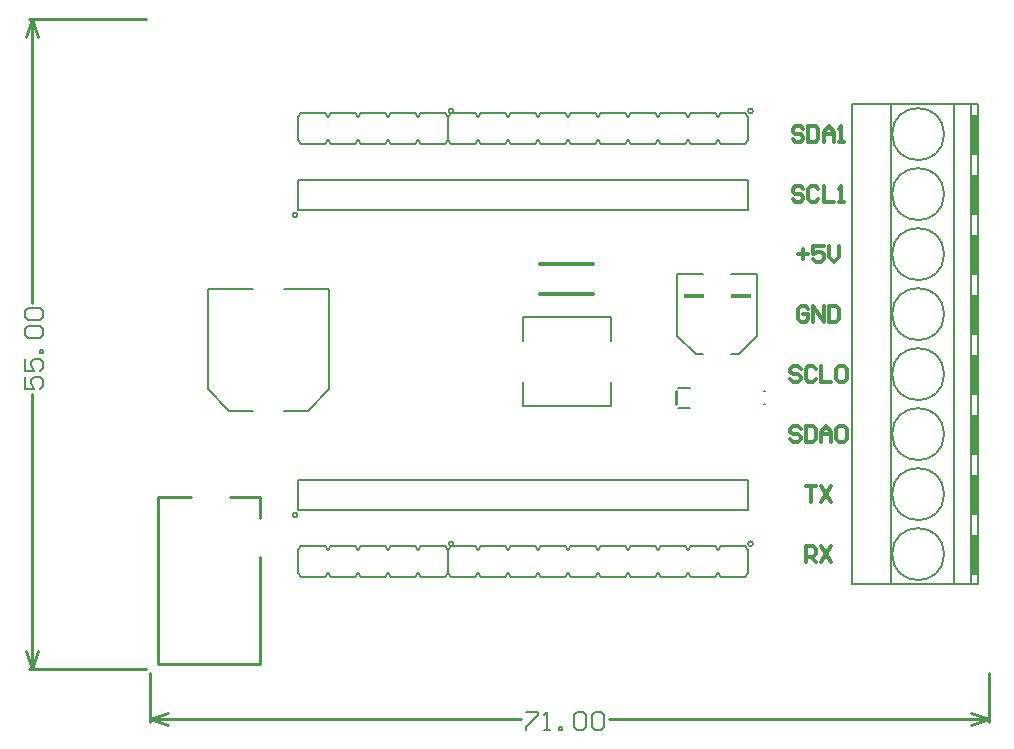
<source format=gbr>
%TF.GenerationSoftware,Altium Limited,Altium Designer,23.4.1 (23)*%
G04 Layer_Color=65535*
%FSLAX45Y45*%
%MOMM*%
%TF.SameCoordinates,EC373B95-F81A-4979-A11E-F0651E9AEA0C*%
%TF.FilePolarity,Positive*%
%TF.FileFunction,Legend,Top*%
%TF.Part,Single*%
G01*
G75*
%TA.AperFunction,NonConductor*%
%ADD29C,0.20000*%
%ADD30C,0.30000*%
%ADD31C,0.12700*%
%ADD32C,0.25400*%
%ADD33C,0.15240*%
%ADD34R,0.58000X3.40000*%
%ADD35R,1.65700X0.40000*%
D29*
X6820000Y1070000D02*
G03*
X6820000Y1070000I-220000J0D01*
G01*
Y1578000D02*
G03*
X6820000Y1578000I-220000J0D01*
G01*
Y2086000D02*
G03*
X6820000Y2086000I-220000J0D01*
G01*
Y2594000D02*
G03*
X6820000Y2594000I-220000J0D01*
G01*
Y3102000D02*
G03*
X6820000Y3102000I-220000J0D01*
G01*
Y3610000D02*
G03*
X6820000Y3610000I-220000J0D01*
G01*
Y4118000D02*
G03*
X6820000Y4118000I-220000J0D01*
G01*
Y4626000D02*
G03*
X6820000Y4626000I-220000J0D01*
G01*
X1345000Y3940000D02*
G03*
X1345000Y3940000I-20000J0D01*
G01*
Y1400000D02*
G03*
X1345000Y1400000I-20000J0D01*
G01*
X5201000Y1158000D02*
G03*
X5201000Y1158000I-20000J0D01*
G01*
Y4822000D02*
G03*
X5201000Y4822000I-20000J0D01*
G01*
X2666000Y1158000D02*
G03*
X2666000Y1158000I-20000J0D01*
G01*
Y4822000D02*
G03*
X2666000Y4822000I-20000J0D01*
G01*
X6373000Y816000D02*
Y4880000D01*
X6907000Y816000D02*
Y4880000D01*
X7050000Y816000D02*
Y4880000D01*
X6040000Y816000D02*
X7108000D01*
Y4880000D01*
X6040000D02*
X7108000D01*
X6040000Y816000D02*
Y4880000D01*
X1351000Y4237000D02*
X5161000D01*
X1351000Y3983000D02*
Y4237000D01*
X5161000Y3983000D02*
Y4237000D01*
X1351000Y3983000D02*
X5161000D01*
X1351000Y1697000D02*
X5161000D01*
X1351000Y1443000D02*
Y1697000D01*
X5161000Y1443000D02*
Y1697000D01*
X1351000Y1443000D02*
X5161000D01*
X3252159Y2327662D02*
X4002159D01*
X3252159Y3077662D02*
X4002159D01*
Y2327662D02*
Y2527000D01*
X3252159Y2327662D02*
Y2524000D01*
X4002159Y2872000D02*
Y3077662D01*
X3252159Y2871000D02*
Y3077662D01*
X5134000Y1138000D02*
X5164000Y1108000D01*
Y908000D02*
Y1108000D01*
X5134000Y878000D02*
X5164000Y908000D01*
X4934000Y878000D02*
X5134000D01*
X4904000Y908000D02*
X4934000Y878000D01*
Y1138000D02*
X5134000D01*
X4904000Y1108000D02*
X4934000Y1138000D01*
X4880000D02*
X4910000Y1108000D01*
X4880000Y878000D02*
X4910000Y908000D01*
X4680000Y878000D02*
X4880000D01*
X4650000Y908000D02*
X4680000Y878000D01*
Y1138000D02*
X4880000D01*
X4650000Y1108000D02*
X4680000Y1138000D01*
X4626000D02*
X4656000Y1108000D01*
X4626000Y878000D02*
X4656000Y908000D01*
X4426000Y878000D02*
X4626000D01*
X4396000Y908000D02*
X4426000Y878000D01*
Y1138000D02*
X4626000D01*
X4396000Y1108000D02*
X4426000Y1138000D01*
X4372000D02*
X4402000Y1108000D01*
X4372000Y878000D02*
X4402000Y908000D01*
X4172000Y878000D02*
X4372000D01*
X4142000Y908000D02*
X4172000Y878000D01*
Y1138000D02*
X4372000D01*
X4142000Y1108000D02*
X4172000Y1138000D01*
X4118000D02*
X4148000Y1108000D01*
X4118000Y878000D02*
X4148000Y908000D01*
X3918000Y878000D02*
X4118000D01*
X3888000Y908000D02*
X3918000Y878000D01*
Y1138000D02*
X4118000D01*
X3888000Y1108000D02*
X3918000Y1138000D01*
X3864000D02*
X3894000Y1108000D01*
X3864000Y878000D02*
X3894000Y908000D01*
X3664000Y878000D02*
X3864000D01*
X3634000Y908000D02*
X3664000Y878000D01*
Y1138000D02*
X3864000D01*
X3634000Y1108000D02*
X3664000Y1138000D01*
X3610000D02*
X3640000Y1108000D01*
X3610000Y878000D02*
X3640000Y908000D01*
X3410000Y878000D02*
X3610000D01*
X3380000Y908000D02*
X3410000Y878000D01*
Y1138000D02*
X3610000D01*
X3380000Y1108000D02*
X3410000Y1138000D01*
X3356000D02*
X3386000Y1108000D01*
X3356000Y878000D02*
X3386000Y908000D01*
X3156000Y878000D02*
X3356000D01*
X3126000Y908000D02*
X3156000Y878000D01*
Y1138000D02*
X3356000D01*
X3126000Y1108000D02*
X3156000Y1138000D01*
X3102000D02*
X3132000Y1108000D01*
X3102000Y878000D02*
X3132000Y908000D01*
X2902000Y878000D02*
X3102000D01*
X2872000Y908000D02*
X2902000Y878000D01*
Y1138000D02*
X3102000D01*
X2872000Y1108000D02*
X2902000Y1138000D01*
X2848000D02*
X2878000Y1108000D01*
X2848000Y878000D02*
X2878000Y908000D01*
X2618000D02*
Y1108000D01*
X2648000Y878000D02*
X2848000D01*
X2618000Y908000D02*
X2648000Y878000D01*
Y1138000D02*
X2848000D01*
X2618000Y1108000D02*
X2648000Y1138000D01*
X5134000Y4802000D02*
X5164000Y4772000D01*
Y4572000D02*
Y4772000D01*
X5134000Y4542000D02*
X5164000Y4572000D01*
X4934000Y4542000D02*
X5134000D01*
X4904000Y4572000D02*
X4934000Y4542000D01*
Y4802000D02*
X5134000D01*
X4904000Y4772000D02*
X4934000Y4802000D01*
X4880000D02*
X4910000Y4772000D01*
X4880000Y4542000D02*
X4910000Y4572000D01*
X4680000Y4542000D02*
X4880000D01*
X4650000Y4572000D02*
X4680000Y4542000D01*
Y4802000D02*
X4880000D01*
X4650000Y4772000D02*
X4680000Y4802000D01*
X4626000D02*
X4656000Y4772000D01*
X4626000Y4542000D02*
X4656000Y4572000D01*
X4426000Y4542000D02*
X4626000D01*
X4396000Y4572000D02*
X4426000Y4542000D01*
Y4802000D02*
X4626000D01*
X4396000Y4772000D02*
X4426000Y4802000D01*
X4372000D02*
X4402000Y4772000D01*
X4372000Y4542000D02*
X4402000Y4572000D01*
X4172000Y4542000D02*
X4372000D01*
X4142000Y4572000D02*
X4172000Y4542000D01*
Y4802000D02*
X4372000D01*
X4142000Y4772000D02*
X4172000Y4802000D01*
X4118000D02*
X4148000Y4772000D01*
X4118000Y4542000D02*
X4148000Y4572000D01*
X3918000Y4542000D02*
X4118000D01*
X3888000Y4572000D02*
X3918000Y4542000D01*
Y4802000D02*
X4118000D01*
X3888000Y4772000D02*
X3918000Y4802000D01*
X3864000D02*
X3894000Y4772000D01*
X3864000Y4542000D02*
X3894000Y4572000D01*
X3664000Y4542000D02*
X3864000D01*
X3634000Y4572000D02*
X3664000Y4542000D01*
Y4802000D02*
X3864000D01*
X3634000Y4772000D02*
X3664000Y4802000D01*
X3610000D02*
X3640000Y4772000D01*
X3610000Y4542000D02*
X3640000Y4572000D01*
X3410000Y4542000D02*
X3610000D01*
X3380000Y4572000D02*
X3410000Y4542000D01*
Y4802000D02*
X3610000D01*
X3380000Y4772000D02*
X3410000Y4802000D01*
X3356000D02*
X3386000Y4772000D01*
X3356000Y4542000D02*
X3386000Y4572000D01*
X3156000Y4542000D02*
X3356000D01*
X3126000Y4572000D02*
X3156000Y4542000D01*
Y4802000D02*
X3356000D01*
X3126000Y4772000D02*
X3156000Y4802000D01*
X3102000D02*
X3132000Y4772000D01*
X3102000Y4542000D02*
X3132000Y4572000D01*
X2902000Y4542000D02*
X3102000D01*
X2872000Y4572000D02*
X2902000Y4542000D01*
Y4802000D02*
X3102000D01*
X2872000Y4772000D02*
X2902000Y4802000D01*
X2848000D02*
X2878000Y4772000D01*
X2848000Y4542000D02*
X2878000Y4572000D01*
X2618000D02*
Y4772000D01*
X2648000Y4542000D02*
X2848000D01*
X2618000Y4572000D02*
X2648000Y4542000D01*
Y4802000D02*
X2848000D01*
X2618000Y4772000D02*
X2648000Y4802000D01*
X2594000Y1138000D02*
X2624000Y1108000D01*
Y908000D02*
Y1108000D01*
X2594000Y878000D02*
X2624000Y908000D01*
X2394000Y878000D02*
X2594000D01*
X2364000Y908000D02*
X2394000Y878000D01*
Y1138000D02*
X2594000D01*
X2364000Y1108000D02*
X2394000Y1138000D01*
X2340000D02*
X2370000Y1108000D01*
X2340000Y878000D02*
X2370000Y908000D01*
X2140000Y878000D02*
X2340000D01*
X2110000Y908000D02*
X2140000Y878000D01*
Y1138000D02*
X2340000D01*
X2110000Y1108000D02*
X2140000Y1138000D01*
X2086000D02*
X2116000Y1108000D01*
X2086000Y878000D02*
X2116000Y908000D01*
X1886000Y878000D02*
X2086000D01*
X1856000Y908000D02*
X1886000Y878000D01*
Y1138000D02*
X2086000D01*
X1856000Y1108000D02*
X1886000Y1138000D01*
X1832000D02*
X1862000Y1108000D01*
X1832000Y878000D02*
X1862000Y908000D01*
X1632000Y878000D02*
X1832000D01*
X1602000Y908000D02*
X1632000Y878000D01*
Y1138000D02*
X1832000D01*
X1602000Y1108000D02*
X1632000Y1138000D01*
X1578000D02*
X1608000Y1108000D01*
X1578000Y878000D02*
X1608000Y908000D01*
X1348000D02*
Y1108000D01*
X1378000Y878000D02*
X1578000D01*
X1348000Y908000D02*
X1378000Y878000D01*
Y1138000D02*
X1578000D01*
X1348000Y1108000D02*
X1378000Y1138000D01*
X2594000Y4802000D02*
X2624000Y4772000D01*
Y4572000D02*
Y4772000D01*
X2594000Y4542000D02*
X2624000Y4572000D01*
X2394000Y4542000D02*
X2594000D01*
X2364000Y4572000D02*
X2394000Y4542000D01*
Y4802000D02*
X2594000D01*
X2364000Y4772000D02*
X2394000Y4802000D01*
X2340000D02*
X2370000Y4772000D01*
X2340000Y4542000D02*
X2370000Y4572000D01*
X2140000Y4542000D02*
X2340000D01*
X2110000Y4572000D02*
X2140000Y4542000D01*
Y4802000D02*
X2340000D01*
X2110000Y4772000D02*
X2140000Y4802000D01*
X2086000D02*
X2116000Y4772000D01*
X2086000Y4542000D02*
X2116000Y4572000D01*
X1886000Y4542000D02*
X2086000D01*
X1856000Y4572000D02*
X1886000Y4542000D01*
Y4802000D02*
X2086000D01*
X1856000Y4772000D02*
X1886000Y4802000D01*
X1832000D02*
X1862000Y4772000D01*
X1832000Y4542000D02*
X1862000Y4572000D01*
X1632000Y4542000D02*
X1832000D01*
X1602000Y4572000D02*
X1632000Y4542000D01*
Y4802000D02*
X1832000D01*
X1602000Y4772000D02*
X1632000Y4802000D01*
X1578000D02*
X1608000Y4772000D01*
X1578000Y4542000D02*
X1608000Y4572000D01*
X1348000D02*
Y4772000D01*
X1378000Y4542000D02*
X1578000D01*
X1348000Y4572000D02*
X1378000Y4542000D01*
Y4802000D02*
X1578000D01*
X1348000Y4772000D02*
X1378000Y4802000D01*
X5292725Y2343124D02*
X5302725D01*
X5292725Y2453124D02*
X5302725D01*
X4560000Y2920000D02*
X4720000Y2760000D01*
X4560000Y2920000D02*
Y3440000D01*
X4780000D01*
X4720000Y2760000D02*
X4780000D01*
X5020000D02*
X5080000D01*
X5020000Y3440000D02*
X5240000D01*
Y2920000D02*
Y3440000D01*
X5080000Y2760000D02*
X5240000Y2920000D01*
X4565000Y2480000D02*
X4665000D01*
X4565000Y2310000D02*
X4665000D01*
D30*
X3395000Y3270000D02*
X3845000D01*
X3395000Y3530000D02*
X3845000D01*
X5604979Y2637319D02*
X5583320Y2658979D01*
X5540000D01*
X5518340Y2637319D01*
Y2615660D01*
X5540000Y2594000D01*
X5583320D01*
X5604979Y2572341D01*
Y2550681D01*
X5583320Y2529021D01*
X5540000D01*
X5518340Y2550681D01*
X5734937Y2637319D02*
X5713278Y2658979D01*
X5669958D01*
X5648299Y2637319D01*
Y2550681D01*
X5669958Y2529021D01*
X5713278D01*
X5734937Y2550681D01*
X5778257Y2658979D02*
Y2529021D01*
X5864895D01*
X5908215Y2637319D02*
X5929874Y2658979D01*
X5973194D01*
X5994853Y2637319D01*
Y2550681D01*
X5973194Y2529021D01*
X5929874D01*
X5908215Y2550681D01*
Y2637319D01*
X5604979Y2129319D02*
X5583320Y2150979D01*
X5540000D01*
X5518340Y2129319D01*
Y2107660D01*
X5540000Y2086000D01*
X5583320D01*
X5604979Y2064341D01*
Y2042681D01*
X5583320Y2021021D01*
X5540000D01*
X5518340Y2042681D01*
X5648299Y2150979D02*
Y2021021D01*
X5713278D01*
X5734937Y2042681D01*
Y2129319D01*
X5713278Y2150979D01*
X5648299D01*
X5778257Y2021021D02*
Y2107660D01*
X5821576Y2150979D01*
X5864895Y2107660D01*
Y2021021D01*
Y2086000D01*
X5778257D01*
X5908215Y2129319D02*
X5929874Y2150979D01*
X5973194D01*
X5994853Y2129319D01*
Y2042681D01*
X5973194Y2021021D01*
X5929874D01*
X5908215Y2042681D01*
Y2129319D01*
X5626639Y4669319D02*
X5604979Y4690979D01*
X5561660D01*
X5540000Y4669319D01*
Y4647660D01*
X5561660Y4626000D01*
X5604979D01*
X5626639Y4604341D01*
Y4582681D01*
X5604979Y4561021D01*
X5561660D01*
X5540000Y4582681D01*
X5669958Y4690979D02*
Y4561021D01*
X5734937D01*
X5756597Y4582681D01*
Y4669319D01*
X5734937Y4690979D01*
X5669958D01*
X5799916Y4561021D02*
Y4647660D01*
X5843236Y4690979D01*
X5886555Y4647660D01*
Y4561021D01*
Y4626000D01*
X5799916D01*
X5929874Y4561021D02*
X5973194D01*
X5951534D01*
Y4690979D01*
X5929874Y4669319D01*
X5626639Y4161319D02*
X5604979Y4182979D01*
X5561660D01*
X5540000Y4161319D01*
Y4139659D01*
X5561660Y4118000D01*
X5604979D01*
X5626639Y4096340D01*
Y4074680D01*
X5604979Y4053021D01*
X5561660D01*
X5540000Y4074680D01*
X5756597Y4161319D02*
X5734937Y4182979D01*
X5691618D01*
X5669958Y4161319D01*
Y4074680D01*
X5691618Y4053021D01*
X5734937D01*
X5756597Y4074680D01*
X5799916Y4182979D02*
Y4053021D01*
X5886555D01*
X5929874D02*
X5973194D01*
X5951534D01*
Y4182979D01*
X5929874Y4161319D01*
X5669958Y3145319D02*
X5648299Y3166979D01*
X5604979D01*
X5583320Y3145319D01*
Y3058681D01*
X5604979Y3037021D01*
X5648299D01*
X5669958Y3058681D01*
Y3102000D01*
X5626639D01*
X5713278Y3037021D02*
Y3166979D01*
X5799916Y3037021D01*
Y3166979D01*
X5843236D02*
Y3037021D01*
X5908215D01*
X5929874Y3058681D01*
Y3145319D01*
X5908215Y3166979D01*
X5843236D01*
X5583320Y3610000D02*
X5669958D01*
X5626639Y3653319D02*
Y3566681D01*
X5799916Y3674979D02*
X5713278D01*
Y3610000D01*
X5756597Y3631660D01*
X5778257D01*
X5799916Y3610000D01*
Y3566681D01*
X5778257Y3545021D01*
X5734937D01*
X5713278Y3566681D01*
X5843236Y3674979D02*
Y3588341D01*
X5886555Y3545021D01*
X5929874Y3588341D01*
Y3674979D01*
X5648299Y1642979D02*
X5734937D01*
X5691618D01*
Y1513021D01*
X5778257Y1642979D02*
X5864895Y1513021D01*
Y1642979D02*
X5778257Y1513021D01*
X5648299Y1005021D02*
Y1134979D01*
X5713278D01*
X5734937Y1113319D01*
Y1070000D01*
X5713278Y1048341D01*
X5648299D01*
X5691618D02*
X5734937Y1005021D01*
X5778257Y1134979D02*
X5864895Y1005021D01*
Y1134979D02*
X5778257Y1005021D01*
D31*
X1232000Y3315000D02*
X1615000D01*
X585000D02*
X968000D01*
X1232000Y2285000D02*
X1435000D01*
X765000D02*
X968000D01*
X585000Y2465000D02*
X765000Y2285000D01*
X585000Y2465000D02*
Y3315000D01*
X1615000Y2465000D02*
Y3315000D01*
X1435000Y2285000D02*
X1615000Y2465000D01*
D32*
X4550000Y2340000D02*
Y2450000D01*
X162400Y142849D02*
Y1552549D01*
Y142849D02*
X1026000D01*
Y1044549D01*
Y1374749D02*
Y1552549D01*
X162400D02*
X441800D01*
X772000D02*
X1026000D01*
X100000Y-330000D02*
X252400Y-279200D01*
X100000Y-330000D02*
X252400Y-380800D01*
X7047600D02*
X7200000Y-330000D01*
X7047600Y-279200D02*
X7200000Y-330000D01*
X100000D02*
X3238627D01*
X3980093D02*
X7200000D01*
X100000Y-355400D02*
Y59600D01*
X7200000Y-355400D02*
Y59600D01*
X-900000Y5600000D02*
X-849200Y5447600D01*
X-950800D02*
X-900000Y5600000D01*
X-950800Y252400D02*
X-900000Y100000D01*
X-849200Y252400D01*
X-900000Y3192789D02*
Y5600000D01*
Y100000D02*
Y2425931D01*
X-925400Y5600000D02*
X59600D01*
X-925400Y100000D02*
X59600D01*
D33*
X3279267Y-269065D02*
X3380834D01*
Y-294457D01*
X3279267Y-396024D01*
Y-421415D01*
X3431617D02*
X3482401D01*
X3457009D01*
Y-269065D01*
X3431617Y-294457D01*
X3558576Y-421415D02*
Y-396024D01*
X3583968D01*
Y-421415D01*
X3558576D01*
X3685535Y-294457D02*
X3710927Y-269065D01*
X3761711D01*
X3787102Y-294457D01*
Y-396024D01*
X3761711Y-421415D01*
X3710927D01*
X3685535Y-396024D01*
Y-294457D01*
X3837886D02*
X3863278Y-269065D01*
X3914061D01*
X3939453Y-294457D01*
Y-396024D01*
X3914061Y-421415D01*
X3863278D01*
X3837886Y-396024D01*
Y-294457D01*
X-960935Y2568138D02*
Y2466571D01*
X-884760D01*
X-910152Y2517354D01*
Y2542746D01*
X-884760Y2568138D01*
X-833976D01*
X-808585Y2542746D01*
Y2491963D01*
X-833976Y2466571D01*
X-960935Y2720489D02*
Y2618922D01*
X-884760D01*
X-910152Y2669705D01*
Y2695097D01*
X-884760Y2720489D01*
X-833976D01*
X-808585Y2695097D01*
Y2644313D01*
X-833976Y2618922D01*
X-808585Y2771272D02*
X-833976D01*
Y2796664D01*
X-808585D01*
Y2771272D01*
X-935543Y2898231D02*
X-960935Y2923623D01*
Y2974407D01*
X-935543Y2999798D01*
X-833976D01*
X-808585Y2974407D01*
Y2923623D01*
X-833976Y2898231D01*
X-935543D01*
Y3050582D02*
X-960935Y3075974D01*
Y3126757D01*
X-935543Y3152149D01*
X-833976D01*
X-808585Y3126757D01*
Y3075974D01*
X-833976Y3050582D01*
X-935543D01*
D34*
X7078999Y4622043D02*
D03*
X7078999Y4114044D02*
D03*
Y3606043D02*
D03*
X7079044Y3097998D02*
D03*
X7079001Y2590045D02*
D03*
X7079001Y2082045D02*
D03*
X7079001Y1574046D02*
D03*
Y1066045D02*
D03*
D35*
X4702880Y3255641D02*
D03*
X5097180D02*
D03*
%TF.MD5,48599a3ffe850404a16e7cd6fb65fc95*%
M02*

</source>
